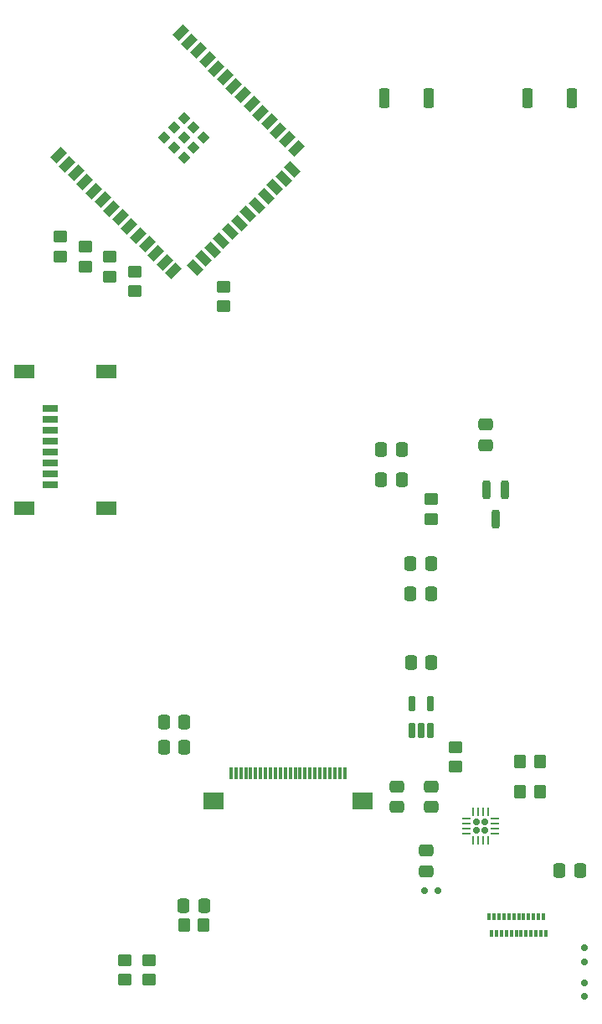
<source format=gbr>
%TF.GenerationSoftware,KiCad,Pcbnew,9.0.6*%
%TF.CreationDate,2025-11-23T22:18:39-05:00*%
%TF.ProjectId,EPD_HUB_ESP32,4550445f-4855-4425-9f45-535033322e6b,rev?*%
%TF.SameCoordinates,Original*%
%TF.FileFunction,Paste,Bot*%
%TF.FilePolarity,Positive*%
%FSLAX46Y46*%
G04 Gerber Fmt 4.6, Leading zero omitted, Abs format (unit mm)*
G04 Created by KiCad (PCBNEW 9.0.6) date 2025-11-23 22:18:39*
%MOMM*%
%LPD*%
G01*
G04 APERTURE LIST*
G04 Aperture macros list*
%AMRoundRect*
0 Rectangle with rounded corners*
0 $1 Rounding radius*
0 $2 $3 $4 $5 $6 $7 $8 $9 X,Y pos of 4 corners*
0 Add a 4 corners polygon primitive as box body*
4,1,4,$2,$3,$4,$5,$6,$7,$8,$9,$2,$3,0*
0 Add four circle primitives for the rounded corners*
1,1,$1+$1,$2,$3*
1,1,$1+$1,$4,$5*
1,1,$1+$1,$6,$7*
1,1,$1+$1,$8,$9*
0 Add four rect primitives between the rounded corners*
20,1,$1+$1,$2,$3,$4,$5,0*
20,1,$1+$1,$4,$5,$6,$7,0*
20,1,$1+$1,$6,$7,$8,$9,0*
20,1,$1+$1,$8,$9,$2,$3,0*%
%AMRotRect*
0 Rectangle, with rotation*
0 The origin of the aperture is its center*
0 $1 length*
0 $2 width*
0 $3 Rotation angle, in degrees counterclockwise*
0 Add horizontal line*
21,1,$1,$2,0,0,$3*%
G04 Aperture macros list end*
%ADD10RotRect,1.500000X0.900000X225.000000*%
%ADD11RotRect,1.500000X0.900000X315.000000*%
%ADD12RotRect,1.500000X0.900000X45.000000*%
%ADD13RotRect,0.900000X0.900000X315.000000*%
%ADD14RotRect,0.900000X0.900000X225.000000*%
%ADD15R,1.500000X0.800000*%
%ADD16R,2.000000X1.450000*%
%ADD17RoundRect,0.150000X0.150000X0.200000X-0.150000X0.200000X-0.150000X-0.200000X0.150000X-0.200000X0*%
%ADD18RoundRect,0.250000X-0.475000X0.337500X-0.475000X-0.337500X0.475000X-0.337500X0.475000X0.337500X0*%
%ADD19RoundRect,0.200000X-0.200000X0.750000X-0.200000X-0.750000X0.200000X-0.750000X0.200000X0.750000X0*%
%ADD20R,0.300000X0.700000*%
%ADD21R,0.300000X1.300000*%
%ADD22R,2.000000X1.800000*%
%ADD23RoundRect,0.062500X0.062500X0.375000X-0.062500X0.375000X-0.062500X-0.375000X0.062500X-0.375000X0*%
%ADD24RoundRect,0.062500X0.375000X0.062500X-0.375000X0.062500X-0.375000X-0.062500X0.375000X-0.062500X0*%
%ADD25RoundRect,0.160000X0.160000X0.160000X-0.160000X0.160000X-0.160000X-0.160000X0.160000X-0.160000X0*%
%ADD26RoundRect,0.150000X0.200000X-0.150000X0.200000X0.150000X-0.200000X0.150000X-0.200000X-0.150000X0*%
%ADD27RoundRect,0.250000X0.337500X0.475000X-0.337500X0.475000X-0.337500X-0.475000X0.337500X-0.475000X0*%
%ADD28RoundRect,0.250000X0.450000X-0.350000X0.450000X0.350000X-0.450000X0.350000X-0.450000X-0.350000X0*%
%ADD29RoundRect,0.250000X-0.450000X0.350000X-0.450000X-0.350000X0.450000X-0.350000X0.450000X0.350000X0*%
%ADD30RoundRect,0.250000X0.475000X-0.337500X0.475000X0.337500X-0.475000X0.337500X-0.475000X-0.337500X0*%
%ADD31RoundRect,0.250000X-0.350000X-0.450000X0.350000X-0.450000X0.350000X0.450000X-0.350000X0.450000X0*%
%ADD32RoundRect,0.250000X-0.337500X-0.475000X0.337500X-0.475000X0.337500X0.475000X-0.337500X0.475000X0*%
%ADD33RoundRect,0.162500X0.162500X-0.617500X0.162500X0.617500X-0.162500X0.617500X-0.162500X-0.617500X0*%
%ADD34RoundRect,0.250000X-0.275000X-0.750000X0.275000X-0.750000X0.275000X0.750000X-0.275000X0.750000X0*%
%ADD35RoundRect,0.250000X0.275000X0.750000X-0.275000X0.750000X-0.275000X-0.750000X0.275000X-0.750000X0*%
G04 APERTURE END LIST*
D10*
%TO.C,U4*%
X115732131Y-63768879D03*
X116630157Y-64666904D03*
X117528182Y-65564930D03*
X118426208Y-66462956D03*
X119324233Y-67360981D03*
X120222259Y-68259007D03*
X121120285Y-69157032D03*
X122018310Y-70055058D03*
X122916336Y-70953084D03*
X123814362Y-71851109D03*
X124712387Y-72749135D03*
X125610413Y-73647160D03*
X126508438Y-74545186D03*
X127406464Y-75443212D03*
D11*
X129538391Y-75079052D03*
X130436417Y-74181026D03*
X131334442Y-73283000D03*
X132232468Y-72384975D03*
X133130493Y-71486949D03*
X134028519Y-70588924D03*
X134926545Y-69690898D03*
X135824570Y-68792872D03*
X136722596Y-67894847D03*
X137620621Y-66996821D03*
X138518647Y-66098796D03*
X139416673Y-65200770D03*
D12*
X139780833Y-63068843D03*
D10*
X138882807Y-62170817D03*
X137984781Y-61272792D03*
X137086756Y-60374766D03*
X136188730Y-59476741D03*
X135290705Y-58578715D03*
X134392679Y-57680689D03*
X133494653Y-56782664D03*
X132596628Y-55884638D03*
X131698602Y-54986612D03*
X130800577Y-54088587D03*
X129902551Y-53190561D03*
X129004525Y-52292536D03*
X128106500Y-51394510D03*
D13*
X126458941Y-61979899D03*
X127448890Y-62969848D03*
X128438840Y-63959797D03*
X127448890Y-60989949D03*
X128438840Y-61979899D03*
X129428789Y-62969848D03*
D14*
X128438840Y-60000000D03*
D13*
X129428789Y-60989949D03*
D14*
X130418739Y-61979899D03*
%TD*%
D15*
%TO.C,J7*%
X114888840Y-89300000D03*
X114888840Y-90400000D03*
X114888840Y-91500000D03*
X114888840Y-92600000D03*
X114888840Y-93700000D03*
X114888840Y-94800000D03*
X114888840Y-95900000D03*
X114888840Y-97000000D03*
D16*
X120588840Y-85625000D03*
X112288840Y-85625000D03*
X120588840Y-99375000D03*
X112288840Y-99375000D03*
%TD*%
D17*
%TO.C,D3*%
X152738840Y-138000000D03*
X154138840Y-138000000D03*
%TD*%
D18*
%TO.C,C2*%
X152938840Y-136037500D03*
X152938840Y-133962500D03*
%TD*%
D19*
%TO.C,Q3*%
X159938840Y-100500000D03*
X160888840Y-97500000D03*
X158988840Y-97500000D03*
%TD*%
D20*
%TO.C,J1*%
X164789840Y-140640000D03*
X164289840Y-140640000D03*
X163789840Y-140640000D03*
X163289840Y-140640000D03*
X162789840Y-140640000D03*
X162289840Y-140640000D03*
X161789840Y-140640000D03*
X161289840Y-140640000D03*
X160789840Y-140640000D03*
X160289840Y-140640000D03*
X159789840Y-140640000D03*
X159289840Y-140640000D03*
X159539840Y-142340000D03*
X160039840Y-142340000D03*
X160539840Y-142340000D03*
X161039840Y-142340000D03*
X161539840Y-142340000D03*
X162039840Y-142340000D03*
X162539840Y-142340000D03*
X163039840Y-142340000D03*
X163539840Y-142340000D03*
X164039840Y-142340000D03*
X164539840Y-142340000D03*
X165039840Y-142340000D03*
%TD*%
D21*
%TO.C,J3*%
X144688840Y-126150000D03*
X144188840Y-126150000D03*
X143688840Y-126150000D03*
X143188840Y-126150000D03*
X142688840Y-126150000D03*
X142188840Y-126150000D03*
X141688840Y-126150000D03*
X141188840Y-126150000D03*
X140688840Y-126150000D03*
X140188840Y-126150000D03*
X139688840Y-126150000D03*
X139188840Y-126150000D03*
X138688840Y-126150000D03*
X138188840Y-126150000D03*
X137688840Y-126150000D03*
X137188840Y-126150000D03*
X136688840Y-126150000D03*
X136188840Y-126150000D03*
X135688840Y-126150000D03*
X135188840Y-126150000D03*
X134688840Y-126150000D03*
X134188840Y-126150000D03*
X133688840Y-126150000D03*
X133188840Y-126150000D03*
D22*
X146488840Y-128900000D03*
X131388840Y-128900000D03*
%TD*%
D23*
%TO.C,U2*%
X159188840Y-130062500D03*
X158688840Y-130062500D03*
X158188840Y-130062500D03*
X157688840Y-130062500D03*
D24*
X157001340Y-130750000D03*
X157001340Y-131250000D03*
X157001340Y-131750000D03*
X157001340Y-132250000D03*
D23*
X157688840Y-132937500D03*
X158188840Y-132937500D03*
X158688840Y-132937500D03*
X159188840Y-132937500D03*
D24*
X159876340Y-132250000D03*
X159876340Y-131750000D03*
X159876340Y-131250000D03*
X159876340Y-130750000D03*
D25*
X158038840Y-131100000D03*
X158038840Y-131900000D03*
X158838840Y-131100000D03*
X158838840Y-131900000D03*
%TD*%
D26*
%TO.C,D1*%
X168938840Y-148700000D03*
X168938840Y-147300000D03*
%TD*%
%TO.C,D2*%
X168938840Y-145200000D03*
X168938840Y-143800000D03*
%TD*%
D27*
%TO.C,C37*%
X150476340Y-96500000D03*
X148401340Y-96500000D03*
%TD*%
%TO.C,C33*%
X153438840Y-108000000D03*
X151363840Y-108000000D03*
%TD*%
D28*
%TO.C,R4*%
X155938840Y-125500000D03*
X155938840Y-123500000D03*
%TD*%
D29*
%TO.C,R3*%
X124938840Y-145000000D03*
X124938840Y-147000000D03*
%TD*%
D30*
%TO.C,C22*%
X149938840Y-129537500D03*
X149938840Y-127462500D03*
%TD*%
D29*
%TO.C,R54*%
X123438840Y-75500000D03*
X123438840Y-77500000D03*
%TD*%
D31*
%TO.C,R5*%
X162438840Y-125000000D03*
X164438840Y-125000000D03*
%TD*%
D27*
%TO.C,C1*%
X130476340Y-139500000D03*
X128401340Y-139500000D03*
%TD*%
D29*
%TO.C,R55*%
X132438840Y-77000000D03*
X132438840Y-79000000D03*
%TD*%
D30*
%TO.C,C5*%
X158938840Y-93037500D03*
X158938840Y-90962500D03*
%TD*%
D27*
%TO.C,C6*%
X153476340Y-115000000D03*
X151401340Y-115000000D03*
%TD*%
D29*
%TO.C,R9*%
X118438840Y-73000000D03*
X118438840Y-75000000D03*
%TD*%
%TO.C,R53*%
X120938840Y-74000000D03*
X120938840Y-76000000D03*
%TD*%
D32*
%TO.C,C16*%
X126401340Y-123500000D03*
X128476340Y-123500000D03*
%TD*%
D27*
%TO.C,C36*%
X150476340Y-93490000D03*
X148401340Y-93490000D03*
%TD*%
D31*
%TO.C,R1*%
X128438840Y-141500000D03*
X130438840Y-141500000D03*
%TD*%
D33*
%TO.C,U3*%
X153388840Y-121850000D03*
X152438840Y-121850000D03*
X151488840Y-121850000D03*
X151488840Y-119150000D03*
X153388840Y-119150000D03*
%TD*%
D32*
%TO.C,C14*%
X126401340Y-121000000D03*
X128476340Y-121000000D03*
%TD*%
D28*
%TO.C,R7*%
X153438840Y-100500000D03*
X153438840Y-98500000D03*
%TD*%
D32*
%TO.C,C3*%
X166401340Y-136000000D03*
X168476340Y-136000000D03*
%TD*%
D18*
%TO.C,C4*%
X153438840Y-127462500D03*
X153438840Y-129537500D03*
%TD*%
D29*
%TO.C,R8*%
X115938840Y-72000000D03*
X115938840Y-74000000D03*
%TD*%
D27*
%TO.C,C32*%
X153438840Y-104990000D03*
X151363840Y-104990000D03*
%TD*%
D29*
%TO.C,R2*%
X122438840Y-145000000D03*
X122438840Y-147000000D03*
%TD*%
D31*
%TO.C,R6*%
X162438840Y-128000000D03*
X164438840Y-128000000D03*
%TD*%
D34*
%TO.C,SW12*%
X163213840Y-58000000D03*
X167663840Y-58000000D03*
%TD*%
D35*
%TO.C,SW6*%
X153163840Y-58000000D03*
X148713840Y-58000000D03*
%TD*%
M02*

</source>
